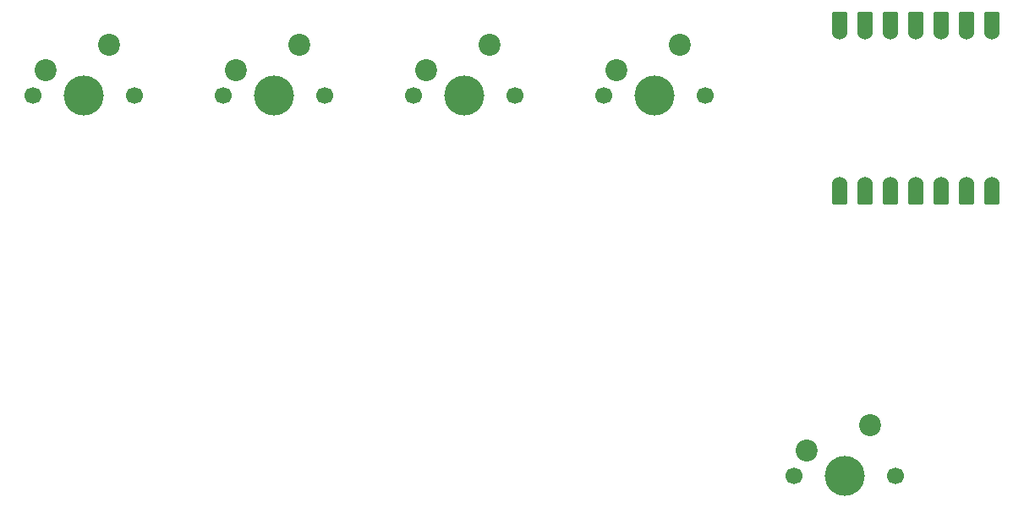
<source format=gbr>
%TF.GenerationSoftware,KiCad,Pcbnew,9.0.2*%
%TF.CreationDate,2025-06-28T02:05:05-07:00*%
%TF.ProjectId,Test,54657374-2e6b-4696-9361-645f70636258,rev?*%
%TF.SameCoordinates,Original*%
%TF.FileFunction,Soldermask,Top*%
%TF.FilePolarity,Negative*%
%FSLAX46Y46*%
G04 Gerber Fmt 4.6, Leading zero omitted, Abs format (unit mm)*
G04 Created by KiCad (PCBNEW 9.0.2) date 2025-06-28 02:05:05*
%MOMM*%
%LPD*%
G01*
G04 APERTURE LIST*
G04 Aperture macros list*
%AMRoundRect*
0 Rectangle with rounded corners*
0 $1 Rounding radius*
0 $2 $3 $4 $5 $6 $7 $8 $9 X,Y pos of 4 corners*
0 Add a 4 corners polygon primitive as box body*
4,1,4,$2,$3,$4,$5,$6,$7,$8,$9,$2,$3,0*
0 Add four circle primitives for the rounded corners*
1,1,$1+$1,$2,$3*
1,1,$1+$1,$4,$5*
1,1,$1+$1,$6,$7*
1,1,$1+$1,$8,$9*
0 Add four rect primitives between the rounded corners*
20,1,$1+$1,$2,$3,$4,$5,0*
20,1,$1+$1,$4,$5,$6,$7,0*
20,1,$1+$1,$6,$7,$8,$9,0*
20,1,$1+$1,$8,$9,$2,$3,0*%
G04 Aperture macros list end*
%ADD10C,1.700000*%
%ADD11C,4.000000*%
%ADD12C,2.200000*%
%ADD13RoundRect,0.152400X0.609600X-1.063600X0.609600X1.063600X-0.609600X1.063600X-0.609600X-1.063600X0*%
%ADD14C,1.524000*%
%ADD15RoundRect,0.152400X-0.609600X1.063600X-0.609600X-1.063600X0.609600X-1.063600X0.609600X1.063600X0*%
G04 APERTURE END LIST*
D10*
%TO.C,SW23*%
X92710000Y-127000000D03*
D11*
X97790000Y-127000000D03*
D10*
X102870000Y-127000000D03*
D12*
X100330000Y-121920000D03*
X93980000Y-124460000D03*
%TD*%
D10*
%TO.C,SW24*%
X111760000Y-165100000D03*
D11*
X116840000Y-165100000D03*
D10*
X121920000Y-165100000D03*
D12*
X119380000Y-160020000D03*
X113030000Y-162560000D03*
%TD*%
D13*
%TO.C,U1*%
X131620000Y-119805000D03*
D14*
X131620000Y-120640000D03*
D13*
X129080000Y-119805000D03*
D14*
X129080000Y-120640000D03*
D13*
X126540000Y-119805000D03*
D14*
X126540000Y-120640000D03*
D13*
X124000000Y-119805000D03*
D14*
X124000000Y-120640000D03*
D13*
X121460000Y-119805000D03*
D14*
X121460000Y-120640000D03*
D13*
X118920000Y-119805000D03*
D14*
X118920000Y-120640000D03*
D13*
X116380000Y-119805000D03*
D14*
X116380000Y-120640000D03*
X116380000Y-135880000D03*
D15*
X116380000Y-136715000D03*
D14*
X118920000Y-135880000D03*
D15*
X118920000Y-136715000D03*
D14*
X121460000Y-135880000D03*
D15*
X121460000Y-136715000D03*
D14*
X124000000Y-135880000D03*
D15*
X124000000Y-136715000D03*
D14*
X126540000Y-135880000D03*
D15*
X126540000Y-136715000D03*
D14*
X129080000Y-135880000D03*
D15*
X129080000Y-136715000D03*
D14*
X131620000Y-135880000D03*
D15*
X131620000Y-136715000D03*
%TD*%
D10*
%TO.C,SW22*%
X73660000Y-127000000D03*
D11*
X78740000Y-127000000D03*
D10*
X83820000Y-127000000D03*
D12*
X81280000Y-121920000D03*
X74930000Y-124460000D03*
%TD*%
D10*
%TO.C,SW21*%
X54610000Y-127000000D03*
D11*
X59690000Y-127000000D03*
D10*
X64770000Y-127000000D03*
D12*
X62230000Y-121920000D03*
X55880000Y-124460000D03*
%TD*%
D10*
%TO.C,SW17*%
X35560000Y-127000000D03*
D11*
X40640000Y-127000000D03*
D10*
X45720000Y-127000000D03*
D12*
X43180000Y-121920000D03*
X36830000Y-124460000D03*
%TD*%
M02*

</source>
